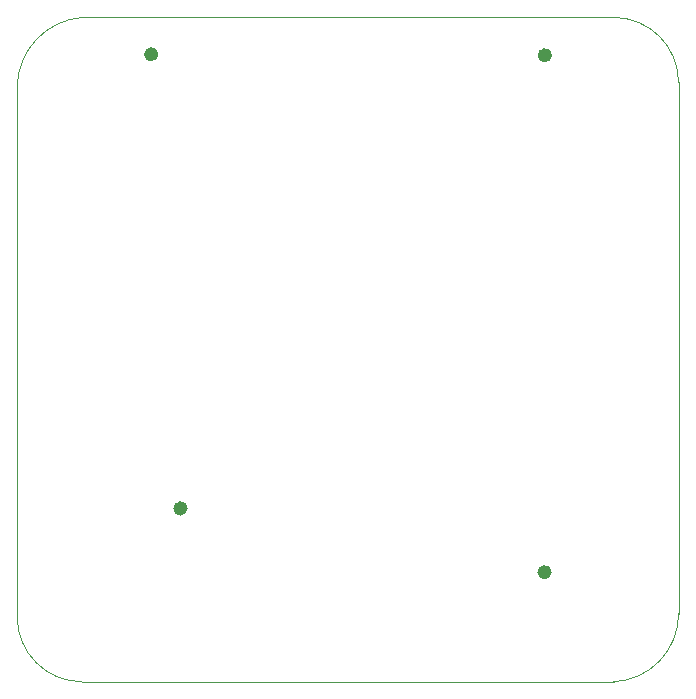
<source format=gbr>
%TF.GenerationSoftware,KiCad,Pcbnew,(5.99.0-7547-g7565f60a03)*%
%TF.CreationDate,2020-12-15T07:52:55+08:00*%
%TF.ProjectId,STM32F4_REV2,53544d33-3246-4345-9f52-4556322e6b69,rev?*%
%TF.SameCoordinates,Original*%
%TF.FileFunction,Profile,NP*%
%FSLAX46Y46*%
G04 Gerber Fmt 4.6, Leading zero omitted, Abs format (unit mm)*
G04 Created by KiCad (PCBNEW (5.99.0-7547-g7565f60a03)) date 2020-12-15 07:52:55*
%MOMM*%
%LPD*%
G01*
G04 APERTURE LIST*
%TA.AperFunction,Profile*%
%ADD10C,0.626000*%
%TD*%
%TA.AperFunction,Profile*%
%ADD11C,0.100000*%
%TD*%
G04 APERTURE END LIST*
D10*
X98888000Y-107075000D02*
G75*
G03*
X98888000Y-107075000I-313000J0D01*
G01*
D11*
X135250000Y-65500000D02*
X90250000Y-65500000D01*
X84750000Y-71250000D02*
G75*
G02*
X90250000Y-65500000I5994699J-228625D01*
G01*
D10*
X96413000Y-68625000D02*
G75*
G03*
X96413000Y-68625000I-313000J0D01*
G01*
D11*
X140750000Y-116000000D02*
X140750000Y-71000000D01*
X90250000Y-121750000D02*
X135250000Y-121750000D01*
X84750000Y-71250000D02*
X84750000Y-116250000D01*
X90250000Y-121750000D02*
G75*
G02*
X84750000Y-116250000I0J5500000D01*
G01*
X135250000Y-121750000D02*
G75*
G03*
X140750000Y-116000000I-255682J5750000D01*
G01*
D10*
X129738000Y-68700000D02*
G75*
G03*
X129738000Y-68700000I-313000J0D01*
G01*
X129713000Y-112475000D02*
G75*
G03*
X129713000Y-112475000I-313000J0D01*
G01*
D11*
X140750000Y-71000000D02*
G75*
G03*
X135250000Y-65500000I-5500000J0D01*
G01*
M02*

</source>
